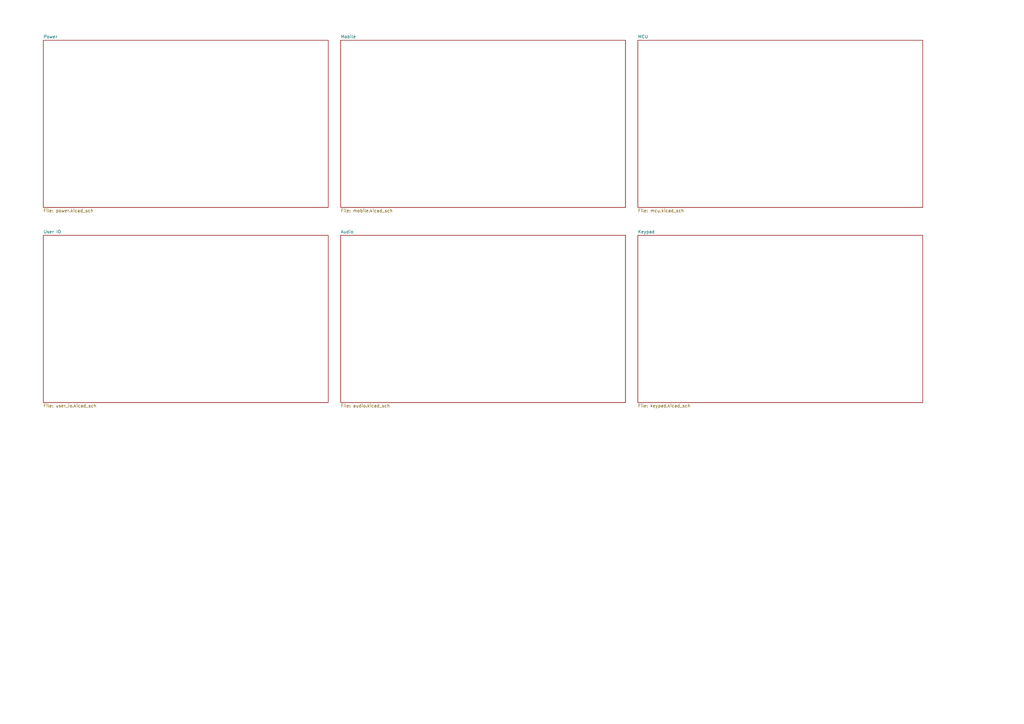
<source format=kicad_sch>
(kicad_sch
	(version 20231120)
	(generator "eeschema")
	(generator_version "8.0")
	(uuid "14f57415-6807-40a5-bb38-3cb818a2cdae")
	(paper "A3")
	(title_block
		(company "The University of Queensland")
	)
	(lib_symbols)
	(sheet
		(at 17.78 96.52)
		(size 116.84 68.58)
		(fields_autoplaced yes)
		(stroke
			(width 0.1524)
			(type solid)
		)
		(fill
			(color 0 0 0 0.0000)
		)
		(uuid "3e1644a6-29e0-4613-bdce-8513434c26aa")
		(property "Sheetname" "User IO"
			(at 17.78 95.8084 0)
			(effects
				(font
					(size 1.27 1.27)
				)
				(justify left bottom)
			)
		)
		(property "Sheetfile" "user_io.kicad_sch"
			(at 17.78 165.6846 0)
			(effects
				(font
					(size 1.27 1.27)
				)
				(justify left top)
			)
		)
		(instances
			(project "uq_phone"
				(path "/14f57415-6807-40a5-bb38-3cb818a2cdae"
					(page "5")
				)
			)
		)
	)
	(sheet
		(at 139.7 16.51)
		(size 116.84 68.58)
		(fields_autoplaced yes)
		(stroke
			(width 0.1524)
			(type solid)
		)
		(fill
			(color 0 0 0 0.0000)
		)
		(uuid "7b044aa4-5304-4653-927f-15b0f7e69857")
		(property "Sheetname" "Mobile"
			(at 139.7 15.7984 0)
			(effects
				(font
					(size 1.27 1.27)
				)
				(justify left bottom)
			)
		)
		(property "Sheetfile" "mobile.kicad_sch"
			(at 139.7 85.6746 0)
			(effects
				(font
					(size 1.27 1.27)
				)
				(justify left top)
			)
		)
		(instances
			(project "uq_phone"
				(path "/14f57415-6807-40a5-bb38-3cb818a2cdae"
					(page "3")
				)
			)
		)
	)
	(sheet
		(at 261.62 16.51)
		(size 116.84 68.58)
		(fields_autoplaced yes)
		(stroke
			(width 0.1524)
			(type solid)
		)
		(fill
			(color 0 0 0 0.0000)
		)
		(uuid "ae53d2cb-b3f2-4714-9a2c-ad5dc2e43dd7")
		(property "Sheetname" "MCU"
			(at 261.62 15.7984 0)
			(effects
				(font
					(size 1.27 1.27)
				)
				(justify left bottom)
			)
		)
		(property "Sheetfile" "mcu.kicad_sch"
			(at 261.62 85.6746 0)
			(effects
				(font
					(size 1.27 1.27)
				)
				(justify left top)
			)
		)
		(instances
			(project "uq_phone"
				(path "/14f57415-6807-40a5-bb38-3cb818a2cdae"
					(page "4")
				)
			)
		)
	)
	(sheet
		(at 139.7 96.52)
		(size 116.84 68.58)
		(fields_autoplaced yes)
		(stroke
			(width 0.1524)
			(type solid)
		)
		(fill
			(color 0 0 0 0.0000)
		)
		(uuid "e19f4f8c-44cb-4a36-b4d3-60ff6ff42a2f")
		(property "Sheetname" "Audio"
			(at 139.7 95.8084 0)
			(effects
				(font
					(size 1.27 1.27)
				)
				(justify left bottom)
			)
		)
		(property "Sheetfile" "audio.kicad_sch"
			(at 139.7 165.6846 0)
			(effects
				(font
					(size 1.27 1.27)
				)
				(justify left top)
			)
		)
		(instances
			(project "uq_phone"
				(path "/14f57415-6807-40a5-bb38-3cb818a2cdae"
					(page "6")
				)
			)
		)
	)
	(sheet
		(at 17.78 16.51)
		(size 116.84 68.58)
		(fields_autoplaced yes)
		(stroke
			(width 0.1524)
			(type solid)
		)
		(fill
			(color 0 0 0 0.0000)
		)
		(uuid "e697a7f0-03cd-4a38-a369-080a37468a6a")
		(property "Sheetname" "Power"
			(at 17.78 15.7984 0)
			(effects
				(font
					(size 1.27 1.27)
				)
				(justify left bottom)
			)
		)
		(property "Sheetfile" "power.kicad_sch"
			(at 17.78 85.6746 0)
			(effects
				(font
					(size 1.27 1.27)
				)
				(justify left top)
			)
		)
		(instances
			(project "uq_phone"
				(path "/14f57415-6807-40a5-bb38-3cb818a2cdae"
					(page "2")
				)
			)
		)
	)
	(sheet
		(at 261.62 96.52)
		(size 116.84 68.58)
		(fields_autoplaced yes)
		(stroke
			(width 0.1524)
			(type solid)
		)
		(fill
			(color 0 0 0 0.0000)
		)
		(uuid "f23e268a-469e-43b6-84c9-7924a6d2bdbb")
		(property "Sheetname" "Keypad"
			(at 261.62 95.8084 0)
			(effects
				(font
					(size 1.27 1.27)
				)
				(justify left bottom)
			)
		)
		(property "Sheetfile" "keypad.kicad_sch"
			(at 261.62 165.6846 0)
			(effects
				(font
					(size 1.27 1.27)
				)
				(justify left top)
			)
		)
		(instances
			(project "uq_phone"
				(path "/14f57415-6807-40a5-bb38-3cb818a2cdae"
					(page "7")
				)
			)
		)
	)
	(sheet_instances
		(path "/"
			(page "1")
		)
	)
)

</source>
